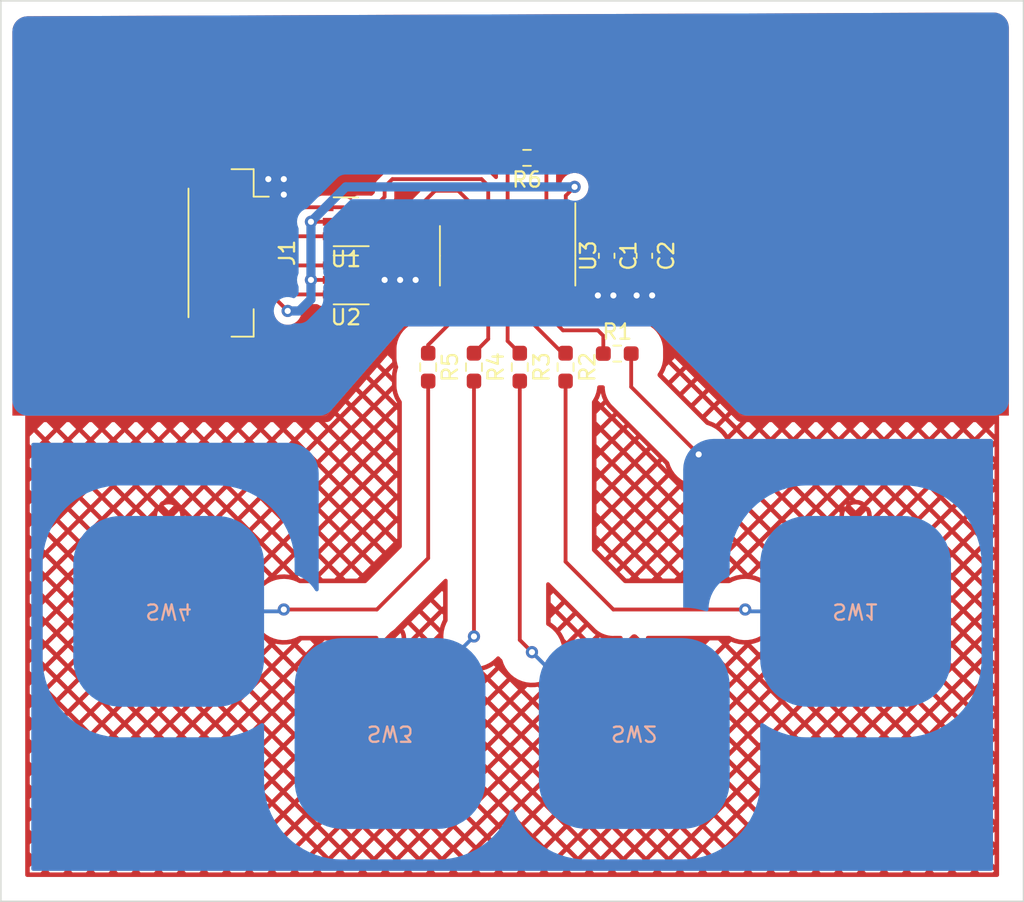
<source format=kicad_pcb>
(kicad_pcb (version 20211014) (generator pcbnew)
  (layers (0 "F.Cu" signal) (31 "B.Cu" signal) (34 "B.Paste" user) (35 "F.Paste" user) (36 "B.SilkS" user "B.Silkscreen") (37 "F.SilkS" user "F.Silkscreen") (38 "B.Mask" user) (39 "F.Mask" user) (44 "Edge.Cuts" user))
  (net 0 "")
  (net 2 "VCC")
  (net 3 "GND")
  (net 4 "/GUARD")
  (net 5 "/KEY1")
  (net 6 "/KEY2")
  (net 7 "/KEY3")
  (net 8 "/KEY4")
  (net 9 "Net-(U3-Pad4)")
  (net 10 "/OUT3")
  (net 11 "/OUT2")
  (net 12 "/OUT1")
  (net 13 "/OUT4")
  (net 14 "/USER_INPUT1")
  (net 15 "/USER_INPUT2")
  (net 16 "/USER_INPUT3")
  (net 17 "/USER_INPUT4")
  (net 18 "Net-(R2-Pad2)")
  (net 19 "Net-(R3-Pad2)")
  (net 20 "Net-(R4-Pad2)")
  (net 21 "Net-(R5-Pad2)")
  (net 22 "/GUARD_LOOP")
  (footprint "Resistor_SMD:R_0603_1608Metric_Pad0.98x0.95mm_HandSolder" (layer "F.Cu") (at 143.824 99.438 -90)
    (fp_text reference "R5" (at 0 -1.43 90) (layer "F.SilkS"))
    (fp_text value "10k")
    (fp_line (start -0.254724 -0.5225) (end 0.254724 -0.5225) (layer "F.SilkS") (width 0.12))
    (fp_line (start -0.254724 0.5225) (end 0.254724 0.5225) (layer "F.SilkS") (width 0.12))
    (pad "1" smd roundrect (at -0.9125 0 270) (size 0.975 0.95) (layers "F.Cu" "F.Paste" "F.Mask") (net 8 "/KEY4"))
    (pad "2" smd roundrect (at 0.9125 0 270) (size 0.975 0.95) (layers "F.Cu" "F.Paste" "F.Mask") (net 21 "Net-(R5-Pad2)"))
  )
  (footprint "Package_SO:TSOP-6_1.65x3.05mm_P0.95mm" (layer "F.Cu") (at 138.43 93.726 180)
    (fp_text reference "U2" (at 0 -2.45) (layer "F.SilkS"))
    (fp_text value "74LVC2G14")
    (fp_line (start 0.8 -1.6) (end -1.5 -1.6) (layer "F.SilkS") (width 0.12))
    (fp_line (start -0.8 1.6) (end 0.8 1.6) (layer "F.SilkS") (width 0.12))
    (pad "1" smd rect (at -1.16 -0.95 180) (size 0.7 0.51) (layers "F.Cu" "F.Paste" "F.Mask") (net 12 "/OUT1"))
    (pad "2" smd rect (at -1.16 0 180) (size 0.7 0.51) (layers "F.Cu" "F.Paste" "F.Mask") (net 3 "GND"))
    (pad "3" smd rect (at -1.16 0.95 180) (size 0.7 0.51) (layers "F.Cu" "F.Paste" "F.Mask") (net 11 "/OUT2"))
    (pad "4" smd rect (at 1.16 0.95 180) (size 0.7 0.51) (layers "F.Cu" "F.Paste" "F.Mask") (net 15 "/USER_INPUT2"))
    (pad "5" smd rect (at 1.16 0 180) (size 0.7 0.51) (layers "F.Cu" "F.Paste" "F.Mask") (net 2 "VCC"))
    (pad "6" smd rect (at 1.16 -0.95 180) (size 0.7 0.51) (layers "F.Cu" "F.Paste" "F.Mask") (net 14 "/USER_INPUT1"))
  )
  (footprint "Package_SO:SOIC-14_3.9x8.7mm_P1.27mm" (layer "F.Cu") (at 149.028 92.1445 -90)
    (fp_text reference "U3" (at 0 -5.28 90) (layer "F.SilkS"))
    (fp_text value "AT42QT1070-S")
    (fp_line (start 0 -4.435) (end -3.45 -4.435) (layer "F.SilkS") (width 0.12))
    (fp_line (start 0 4.435) (end -1.95 4.435) (layer "F.SilkS") (width 0.12))
    (fp_line (start 0 -4.435) (end 1.95 -4.435) (layer "F.SilkS") (width 0.12))
    (fp_line (start 0 4.435) (end 1.95 4.435) (layer "F.SilkS") (width 0.12))
    (pad "1" smd roundrect (at -2.475 -3.81 270) (size 1.95 0.6) (layers "F.Cu" "F.Paste" "F.Mask") (net 2 "VCC"))
    (pad "2" smd roundrect (at -2.475 -2.54 270) (size 1.95 0.6) (layers "F.Cu" "F.Paste" "F.Mask") (net 2 "VCC"))
    (pad "3" smd roundrect (at -2.475 -1.27 270) (size 1.95 0.6) (layers "F.Cu" "F.Paste" "F.Mask"))
    (pad "4" smd roundrect (at -2.475 0 270) (size 1.95 0.6) (layers "F.Cu" "F.Paste" "F.Mask") (net 9 "Net-(U3-Pad4)"))
    (pad "5" smd roundrect (at -2.475 1.27 270) (size 1.95 0.6) (layers "F.Cu" "F.Paste" "F.Mask") (net 13 "/OUT4"))
    (pad "6" smd roundrect (at -2.475 2.54 270) (size 1.95 0.6) (layers "F.Cu" "F.Paste" "F.Mask") (net 10 "/OUT3"))
    (pad "7" smd roundrect (at -2.475 3.81 270) (size 1.95 0.6) (layers "F.Cu" "F.Paste" "F.Mask") (net 11 "/OUT2"))
    (pad "8" smd roundrect (at 2.475 3.81 270) (size 1.95 0.6) (layers "F.Cu" "F.Paste" "F.Mask") (net 12 "/OUT1"))
    (pad "9" smd roundrect (at 2.475 2.54 270) (size 1.95 0.6) (layers "F.Cu" "F.Paste" "F.Mask") (net 8 "/KEY4"))
    (pad "10" smd roundrect (at 2.475 1.27 270) (size 1.95 0.6) (layers "F.Cu" "F.Paste" "F.Mask") (net 7 "/KEY3"))
    (pad "11" smd roundrect (at 2.475 0 270) (size 1.95 0.6) (layers "F.Cu" "F.Paste" "F.Mask") (net 6 "/KEY2"))
    (pad "12" smd roundrect (at 2.475 -1.27 270) (size 1.95 0.6) (layers "F.Cu" "F.Paste" "F.Mask") (net 5 "/KEY1"))
    (pad "13" smd roundrect (at 2.475 -2.54 270) (size 1.95 0.6) (layers "F.Cu" "F.Paste" "F.Mask") (net 4 "/GUARD"))
    (pad "14" smd roundrect (at 2.475 -3.81 270) (size 1.95 0.6) (layers "F.Cu" "F.Paste" "F.Mask") (net 3 "GND"))
  )
  (footprint "Resistor_SMD:R_0603_1608Metric_Pad0.98x0.95mm_HandSolder" (layer "F.Cu") (at 156.21 98.552)
    (fp_text reference "R1" (at 0 -1.43) (layer "F.SilkS"))
    (fp_text value "10k")
    (fp_line (start -0.254724 0.5225) (end 0.254724 0.5225) (layer "F.SilkS") (width 0.12))
    (fp_line (start -0.254724 -0.5225) (end 0.254724 -0.5225) (layer "F.SilkS") (width 0.12))
    (pad "1" smd roundrect (at -0.9125 0) (size 0.975 0.95) (layers "F.Cu" "F.Paste" "F.Mask") (net 4 "/GUARD"))
    (pad "2" smd roundrect (at 0.9125 0) (size 0.975 0.95) (layers "F.Cu" "F.Paste" "F.Mask") (net 22 "/GUARD_LOOP"))
  )
  (footprint "Resistor_SMD:R_0603_1608Metric_Pad0.98x0.95mm_HandSolder" (layer "F.Cu") (at 150.298 85.7295 180)
    (fp_text reference "R6" (at 0 -1.43) (layer "F.SilkS"))
    (fp_text value "10k")
    (fp_line (start -0.254724 -0.5225) (end 0.254724 -0.5225) (layer "F.SilkS") (width 0.12))
    (fp_line (start -0.254724 0.5225) (end 0.254724 0.5225) (layer "F.SilkS") (width 0.12))
    (pad "1" smd roundrect (at -0.9125 0 180) (size 0.975 0.95) (layers "F.Cu" "F.Paste" "F.Mask") (net 2 "VCC"))
    (pad "2" smd roundrect (at 0.9125 0 180) (size 0.975 0.95) (layers "F.Cu" "F.Paste" "F.Mask") (net 9 "Net-(U3-Pad4)"))
  )
  (footprint "Resistor_SMD:R_0603_1608Metric_Pad0.98x0.95mm_HandSolder" (layer "F.Cu") (at 146.824 99.438 -90)
    (fp_text reference "R4" (at 0 -1.43 90) (layer "F.SilkS"))
    (fp_text value "10k")
    (fp_line (start -0.254724 0.5225) (end 0.254724 0.5225) (layer "F.SilkS") (width 0.12))
    (fp_line (start -0.254724 -0.5225) (end 0.254724 -0.5225) (layer "F.SilkS") (width 0.12))
    (pad "1" smd roundrect (at -0.9125 0 270) (size 0.975 0.95) (layers "F.Cu" "F.Paste" "F.Mask") (net 7 "/KEY3"))
    (pad "2" smd roundrect (at 0.9125 0 270) (size 0.975 0.95) (layers "F.Cu" "F.Paste" "F.Mask") (net 20 "Net-(R4-Pad2)"))
  )
  (footprint "Resistor_SMD:R_0603_1608Metric_Pad0.98x0.95mm_HandSolder" (layer "F.Cu") (at 149.824 99.438 -90)
    (fp_text reference "R3" (at 0 -1.43 90) (layer "F.SilkS"))
    (fp_text value "10k")
    (fp_line (start -0.254724 0.5225) (end 0.254724 0.5225) (layer "F.SilkS") (width 0.12))
    (fp_line (start -0.254724 -0.5225) (end 0.254724 -0.5225) (layer "F.SilkS") (width 0.12))
    (pad "1" smd roundrect (at -0.9125 0 270) (size 0.975 0.95) (layers "F.Cu" "F.Paste" "F.Mask") (net 6 "/KEY2"))
    (pad "2" smd roundrect (at 0.9125 0 270) (size 0.975 0.95) (layers "F.Cu" "F.Paste" "F.Mask") (net 19 "Net-(R3-Pad2)"))
  )
  (footprint "Package_SO:TSOP-6_1.65x3.05mm_P0.95mm" (layer "F.Cu") (at 138.43 89.916 180)
    (fp_text reference "U1" (at 0 -2.45) (layer "F.SilkS"))
    (fp_text value "74LVC2G14")
    (fp_line (start 0.8 -1.6) (end -1.5 -1.6) (layer "F.SilkS") (width 0.12))
    (fp_line (start -0.8 1.6) (end 0.8 1.6) (layer "F.SilkS") (width 0.12))
    (pad "1" smd rect (at -1.16 -0.95 180) (size 0.7 0.51) (layers "F.Cu" "F.Paste" "F.Mask") (net 10 "/OUT3"))
    (pad "2" smd rect (at -1.16 0 180) (size 0.7 0.51) (layers "F.Cu" "F.Paste" "F.Mask") (net 3 "GND"))
    (pad "3" smd rect (at -1.16 0.95 180) (size 0.7 0.51) (layers "F.Cu" "F.Paste" "F.Mask") (net 13 "/OUT4"))
    (pad "4" smd rect (at 1.16 0.95 180) (size 0.7 0.51) (layers "F.Cu" "F.Paste" "F.Mask") (net 17 "/USER_INPUT4"))
    (pad "5" smd rect (at 1.16 0 180) (size 0.7 0.51) (layers "F.Cu" "F.Paste" "F.Mask") (net 2 "VCC"))
    (pad "6" smd rect (at 1.16 -0.95 180) (size 0.7 0.51) (layers "F.Cu" "F.Paste" "F.Mask") (net 16 "/USER_INPUT3"))
  )
  (footprint "Capacitor_SMD:C_0603_1608Metric_Pad1.08x0.95mm_HandSolder" (layer "F.Cu") (at 157.988 92.1445 -90)
    (fp_text reference "C2" (at 0 -1.43 90) (layer "F.SilkS"))
    (fp_text value "1u")
    (fp_line (start -0.146267 0.51) (end 0.146267 0.51) (layer "F.SilkS") (width 0.12))
    (fp_line (start -0.146267 -0.51) (end 0.146267 -0.51) (layer "F.SilkS") (width 0.12))
    (pad "1" smd roundrect (at -0.8625 0 270) (size 1.075 0.95) (layers "F.Cu" "F.Paste" "F.Mask") (net 2 "VCC"))
    (pad "2" smd roundrect (at 0.8625 0 270) (size 1.075 0.95) (layers "F.Cu" "F.Paste" "F.Mask") (net 3 "GND"))
  )
  (footprint "Resistor_SMD:R_0603_1608Metric_Pad0.98x0.95mm_HandSolder" (layer "F.Cu") (at 152.824 99.438 -90)
    (fp_text reference "R2" (at 0 -1.43 90) (layer "F.SilkS"))
    (fp_text value "10k")
    (fp_line (start -0.254724 0.5225) (end 0.254724 0.5225) (layer "F.SilkS") (width 0.12))
    (fp_line (start -0.254724 -0.5225) (end 0.254724 -0.5225) (layer "F.SilkS") (width 0.12))
    (pad "1" smd roundrect (at -0.9125 0 270) (size 0.975 0.95) (layers "F.Cu" "F.Paste" "F.Mask") (net 5 "/KEY1"))
    (pad "2" smd roundrect (at 0.9125 0 270) (size 0.975 0.95) (layers "F.Cu" "F.Paste" "F.Mask") (net 18 "Net-(R2-Pad2)"))
  )
  (footprint "Capacitor_SMD:C_0603_1608Metric_Pad1.08x0.95mm_HandSolder" (layer "F.Cu") (at 155.518 92.1445 -90)
    (fp_text reference "C1" (at 0 -1.43 90) (layer "F.SilkS"))
    (fp_text value "0.1u")
    (fp_line (start -0.146267 0.51) (end 0.146267 0.51) (layer "F.SilkS") (width 0.12))
    (fp_line (start -0.146267 -0.51) (end 0.146267 -0.51) (layer "F.SilkS") (width 0.12))
    (pad "1" smd roundrect (at -0.8625 0 270) (size 1.075 0.95) (layers "F.Cu" "F.Paste" "F.Mask") (net 2 "VCC"))
    (pad "2" smd roundrect (at 0.8625 0 270) (size 1.075 0.95) (layers "F.Cu" "F.Paste" "F.Mask") (net 3 "GND"))
  )
  (footprint "Connector_JST:JST_GH_SM06B-GHS-TB_1x06-1MP_P1.25mm_Horizontal" (layer "F.Cu") (at 130.681 91.956 -90)
    (fp_text reference "J1" (at 0 -3.9 90) (layer "F.SilkS"))
    (fp_text value "Conn_01x06_Male")
    (fp_line (start -3.685 -1.71) (end -3.685 -2.7) (layer "F.SilkS") (width 0.12))
    (fp_line (start 5.485 -0.26) (end 5.485 -1.71) (layer "F.SilkS") (width 0.12))
    (fp_line (start 5.485 -1.71) (end 3.685 -1.71) (layer "F.SilkS") (width 0.12))
    (fp_line (start -4.215 2.56) (end 4.215 2.56) (layer "F.SilkS") (width 0.12))
    (fp_line (start -5.485 -1.71) (end -3.685 -1.71) (layer "F.SilkS") (width 0.12))
    (fp_line (start -5.485 -0.26) (end -5.485 -1.71) (layer "F.SilkS") (width 0.12))
    (pad "1" smd roundrect (at -3.125 -1.85 270) (size 0.6 1.7) (layers "F.Cu" "F.Paste" "F.Mask") (net 3 "GND"))
    (pad "2" smd roundrect (at -1.875 -1.85 270) (size 0.6 1.7) (layers "F.Cu" "F.Paste" "F.Mask") (net 17 "/USER_INPUT4"))
    (pad "3" smd roundrect (at -0.625 -1.85 270) (size 0.6 1.7) (layers "F.Cu" "F.Paste" "F.Mask") (net 16 "/USER_INPUT3"))
    (pad "4" smd roundrect (at 0.625 -1.85 270) (size 0.6 1.7) (layers "F.Cu" "F.Paste" "F.Mask") (net 15 "/USER_INPUT2"))
    (pad "5" smd roundrect (at 1.875 -1.85 270) (size 0.6 1.7) (layers "F.Cu" "F.Paste" "F.Mask") (net 14 "/USER_INPUT1"))
    (pad "6" smd roundrect (at 3.125 -1.85 270) (size 0.6 1.7) (layers "F.Cu" "F.Paste" "F.Mask") (net 2 "VCC"))
    (pad "MP" smd roundrect (at -4.975 1.35 270) (size 1 2.7) (layers "F.Cu" "F.Paste" "F.Mask"))
    (pad "MP" smd roundrect (at 4.975 1.35 270) (size 1 2.7) (layers "F.Cu" "F.Paste" "F.Mask"))
  )
  (footprint "volvodash:CAPTOUCH_12.5" (layer "B.Cu") (at 126.824 115.438)
    (fp_text reference "SW4" (at 0 0 180 unlocked) (layer "B.SilkS") (effects (justify mirror)))
    (fp_text value "CapTouch_pad")
    (pad "1" smd roundrect (at 0 0) (size 12.5 12.5) (layers "B.Cu" "B.Paste" "B.Mask") (net 21 "Net-(R5-Pad2)"))
    (pad "2" smd circle (at 0 -6.25) (size 0.5 0.5) (layers "F.Cu" "F.Paste" "F.Mask") (net 3 "GND"))
  )
  (footprint "volvodash:CAPTOUCH_12.5" (layer "B.Cu") (at 157.324 123.438)
    (fp_text reference "SW2" (at 0 0 180 unlocked) (layer "B.SilkS") (effects (justify mirror)))
    (fp_text value "CapTouch_pad")
    (pad "1" smd roundrect (at 0 0) (size 12.5 12.5) (layers "B.Cu" "B.Paste" "B.Mask") (net 19 "Net-(R3-Pad2)"))
    (pad "2" smd circle (at 0 -6.25) (size 0.5 0.5) (layers "F.Cu" "F.Paste" "F.Mask") (net 3 "GND"))
  )
  (footprint "volvodash:CAPTOUCH_12.5" (layer "B.Cu") (at 141.324 123.438)
    (fp_text reference "SW3" (at 0 0 180 unlocked) (layer "B.SilkS") (effects (justify mirror)))
    (fp_text value "CapTouch_pad")
    (pad "1" smd roundrect (at 0 0) (size 12.5 12.5) (layers "B.Cu" "B.Paste" "B.Mask") (net 20 "Net-(R4-Pad2)"))
    (pad "2" smd circle (at 0 -6.25) (size 0.5 0.5) (layers "F.Cu" "F.Paste" "F.Mask") (net 3 "GND"))
  )
  (footprint "volvodash:CAPTOUCH_12.5" (layer "B.Cu") (at 171.824 115.438)
    (fp_text reference "SW1" (at 0 0 180 unlocked) (layer "B.SilkS") (effects (justify mirror)))
    (fp_text value "CapTouch_pad")
    (pad "1" smd roundrect (at 0 0) (size 12.5 12.5) (layers "B.Cu" "B.Paste" "B.Mask") (net 18 "Net-(R2-Pad2)"))
    (pad "2" smd circle (at 0 -6.25) (size 0.5 0.5) (layers "F.Cu" "F.Paste" "F.Mask") (net 3 "GND"))
  )
  (gr_rect (start 115.824 75.438) (end 182.824 134.438) (layer "Edge.Cuts") (width 0.1) (fill none))
  (segment (start 137.27 93.726) (end 136.144 93.726) (width 0.25) (layer "F.Cu") (net 2))
  (segment (start 133.943 95.081) (end 134.62 95.758) (width 0.25) (layer "F.Cu") (net 2))
  (segment (start 151.568 86.087) (end 151.2105 85.7295) (width 0.25) (layer "F.Cu") (net 2))
  (segment (start 152.838 89.6695) (end 154.4505 91.282) (width 0.4) (layer "F.Cu") (net 2))
  (segment (start 132.531 95.081) (end 133.943 95.081) (width 0.25) (layer "F.Cu") (net 2))
  (segment (start 155.518 91.282) (end 157.988 91.282) (width 0.4) (layer "F.Cu") (net 2))
  (segment (start 154.4505 91.282) (end 155.518 91.282) (width 0.4) (layer "F.Cu") (net 2))
  (segment (start 151.568 89.6695) (end 151.568 86.087) (width 0.25) (layer "F.Cu") (net 2))
  (segment (start 151.568 89.6695) (end 152.838 89.6695) (width 0.25) (layer "F.Cu") (net 2))
  (segment (start 152.838 89.6695) (end 152.838 88.208) (width 0.25) (layer "F.Cu") (net 2))
  (segment (start 137.27 89.916) (end 136.144 89.916) (width 0.25) (layer "F.Cu") (net 2))
  (segment (start 152.838 88.208) (end 153.416 87.63) (width 0.25) (layer "F.Cu") (net 2))
  (via (at 136.144 93.726) (size 0.8) (drill 0.4) (layers "F.Cu" "B.Cu") (net 2))
  (via (at 153.416 87.63) (size 0.8) (drill 0.4) (layers "F.Cu" "B.Cu") (net 2))
  (via (at 134.62 95.758) (size 0.8) (drill 0.4) (layers "F.Cu" "B.Cu") (net 2))
  (via (at 136.144 89.916) (size 0.8) (drill 0.4) (layers "F.Cu" "B.Cu") (net 2))
  (segment (start 136.144 93.726) (end 136.144 94.996) (width 0.6) (layer "B.Cu") (net 2))
  (segment (start 138.43 87.63) (end 136.144 89.916) (width 0.6) (layer "B.Cu") (net 2))
  (segment (start 136.144 89.916) (end 136.144 93.726) (width 0.6) (layer "B.Cu") (net 2))
  (segment (start 136.144 94.996) (end 135.382 95.758) (width 0.6) (layer "B.Cu") (net 2))
  (segment (start 135.382 95.758) (end 134.62 95.758) (width 0.6) (layer "B.Cu") (net 2))
  (segment (start 153.416 87.63) (end 138.43 87.63) (width 0.6) (layer "B.Cu") (net 2))
  (segment (start 154.2855 93.007) (end 155.518 93.007) (width 0.25) (layer "F.Cu") (net 3))
  (segment (start 152.838 94.6195) (end 152.838 94.4545) (width 0.25) (layer "F.Cu") (net 3))
  (segment (start 152.838 94.4545) (end 154.2855 93.007) (width 0.25) (layer "F.Cu") (net 3))
  (segment (start 157.988 93.007) (end 155.518 93.007) (width 0.25) (layer "F.Cu") (net 3))
  (via (at 154.94 94.742) (size 0.8) (drill 0.4) (layers "F.Cu" "B.Cu") (net 3))
  (via (at 134.366 88.138) (size 0.8) (drill 0.4) (layers "F.Cu" "B.Cu") (net 3))
  (via (at 155.956 94.742) (size 0.8) (drill 0.4) (layers "F.Cu" "B.Cu") (net 3))
  (via (at 141.986 93.726) (size 0.8) (drill 0.4) (layers "F.Cu" "B.Cu") (net 3))
  (via (at 134.366 87.122) (size 0.8) (drill 0.4) (layers "F.Cu" "B.Cu") (net 3))
  (via (at 157.48 94.742) (size 0.8) (drill 0.4) (layers "F.Cu" "B.Cu") (net 3))
  (via (at 140.97 93.726) (size 0.8) (drill 0.4) (layers "F.Cu" "B.Cu") (net 3))
  (via (at 158.496 94.742) (size 0.8) (drill 0.4) (layers "F.Cu" "B.Cu") (net 3))
  (via (at 143.002 93.726) (size 0.8) (drill 0.4) (layers "F.Cu" "B.Cu") (net 3))
  (via (at 133.35 87.122) (size 0.8) (drill 0.4) (layers "F.Cu" "B.Cu") (net 3))
  (segment (start 154.94 97.028) (end 152.654 97.028) (width 0.25) (layer "F.Cu") (net 4))
  (segment (start 152.654 97.028) (end 151.568 95.942) (width 0.25) (layer "F.Cu") (net 4))
  (segment (start 151.568 95.942) (end 151.568 94.6195) (width 0.25) (layer "F.Cu") (net 4))
  (segment (start 155.2975 98.552) (end 155.2975 97.3855) (width 0.25) (layer "F.Cu") (net 4))
  (segment (start 155.2975 97.3855) (end 154.94 97.028) (width 0.25) (layer "F.Cu") (net 4))
  (segment (start 152.6275 98.5255) (end 150.298 96.196) (width 0.25) (layer "F.Cu") (net 5))
  (segment (start 152.824 98.5255) (end 152.824 98.214) (width 0.25) (layer "F.Cu") (net 5))
  (segment (start 152.824 98.5255) (end 152.6275 98.5255) (width 0.25) (layer "F.Cu") (net 5))
  (segment (start 150.298 96.196) (end 150.298 94.6195) (width 0.25) (layer "F.Cu") (net 5))
  (segment (start 149.824 98.5255) (end 149.028 97.7295) (width 0.25) (layer "F.Cu") (net 6))
  (segment (start 149.028 97.7295) (end 149.028 94.6195) (width 0.25) (layer "F.Cu") (net 6))
  (segment (start 146.824 98.5255) (end 147.758 97.5915) (width 0.25) (layer "F.Cu") (net 7))
  (segment (start 147.758 97.5915) (end 147.758 94.6195) (width 0.25) (layer "F.Cu") (net 7))
  (segment (start 143.824 97.984) (end 146.488 95.32) (width 0.25) (layer "F.Cu") (net 8))
  (segment (start 146.488 95.32) (end 146.488 94.6195) (width 0.25) (layer "F.Cu") (net 8))
  (segment (start 143.824 98.5255) (end 143.824 97.984) (width 0.25) (layer "F.Cu") (net 8))
  (segment (start 149.028 86.087) (end 149.3855 85.7295) (width 0.25) (layer "F.Cu") (net 9))
  (segment (start 149.028 89.6695) (end 149.028 86.087) (width 0.25) (layer "F.Cu") (net 9))
  (segment (start 146.488 89.6695) (end 146.488 88.576) (width 0.25) (layer "F.Cu") (net 10))
  (segment (start 145.796 87.884) (end 144.272 87.884) (width 0.25) (layer "F.Cu") (net 10))
  (segment (start 141.29 90.866) (end 139.59 90.866) (width 0.25) (layer "F.Cu") (net 10))
  (segment (start 144.272 87.884) (end 141.29 90.866) (width 0.25) (layer "F.Cu") (net 10))
  (segment (start 146.488 88.576) (end 145.796 87.884) (width 0.25) (layer "F.Cu") (net 10))
  (segment (start 143.19 92.776) (end 145.218 90.748) (width 0.25) (layer "F.Cu") (net 11))
  (segment (start 145.218 90.748) (end 145.218 89.6695) (width 0.25) (layer "F.Cu") (net 11))
  (segment (start 139.59 92.776) (end 143.19 92.776) (width 0.25) (layer "F.Cu") (net 11))
  (segment (start 145.1615 94.676) (end 139.59 94.676) (width 0.25) (layer "F.Cu") (net 12))
  (segment (start 145.218 94.6195) (end 145.1615 94.676) (width 0.25) (layer "F.Cu") (net 12))
  (segment (start 140.288 88.966) (end 139.59 88.966) (width 0.25) (layer "F.Cu") (net 13))
  (segment (start 141.478 87.122) (end 140.97 87.63) (width 0.25) (layer "F.Cu") (net 13))
  (segment (start 140.97 87.63) (end 140.97 88.284) (width 0.25) (layer "F.Cu") (net 13))
  (segment (start 147.32 87.122) (end 141.478 87.122) (width 0.25) (layer "F.Cu") (net 13))
  (segment (start 147.758 87.56) (end 147.32 87.122) (width 0.25) (layer "F.Cu") (net 13))
  (segment (start 147.758 89.6695) (end 147.758 87.56) (width 0.25) (layer "F.Cu") (net 13))
  (segment (start 140.97 88.284) (end 140.288 88.966) (width 0.25) (layer "F.Cu") (net 13))
  (segment (start 132.531 93.831) (end 134.208155 93.831) (width 0.25) (layer "F.Cu") (net 14))
  (segment (start 135.053155 94.676) (end 138.286 94.676) (width 0.25) (layer "F.Cu") (net 14))
  (segment (start 134.208155 93.831) (end 135.053155 94.676) (width 0.25) (layer "F.Cu") (net 14))
  (segment (start 132.586 92.526) (end 132.531 92.581) (width 0.25) (layer "F.Cu") (net 15))
  (segment (start 132.531 92.581) (end 134.546 92.581) (width 0.25) (layer "F.Cu") (net 15))
  (segment (start 134.741 92.776) (end 138.286 92.776) (width 0.25) (layer "F.Cu") (net 15))
  (segment (start 134.546 92.581) (end 134.741 92.776) (width 0.25) (layer "F.Cu") (net 15))
  (segment (start 132.531 91.331) (end 134.416 91.331) (width 0.25) (layer "F.Cu") (net 16))
  (segment (start 134.881 90.866) (end 138.286 90.866) (width 0.25) (layer "F.Cu") (net 16))
  (segment (start 134.416 91.331) (end 134.881 90.866) (width 0.25) (layer "F.Cu") (net 16))
  (segment (start 134.396 90.081) (end 135.511 88.966) (width 0.25) (layer "F.Cu") (net 17))
  (segment (start 135.511 88.966) (end 138.286 88.966) (width 0.25) (layer "F.Cu") (net 17))
  (segment (start 132.531 90.081) (end 134.396 90.081) (width 0.25) (layer "F.Cu") (net 17))
  (segment (start 155.956 115.316) (end 164.592 115.316) (width 0.25) (layer "F.Cu") (net 18))
  (segment (start 152.824 112.184) (end 155.956 115.316) (width 0.25) (layer "F.Cu") (net 18))
  (segment (start 152.824 100.3505) (end 152.824 112.184) (width 0.25) (layer "F.Cu") (net 18))
  (via (at 164.592 115.316) (size 0.8) (drill 0.4) (layers "F.Cu" "B.Cu") (net 18))
  (segment (start 173.824 115.438) (end 164.714 115.438) (width 0.25) (layer "B.Cu") (net 18))
  (segment (start 164.714 115.438) (end 164.592 115.316) (width 0.25) (layer "B.Cu") (net 18))
  (segment (start 150.622 118.11) (end 149.824 117.312) (width 0.25) (layer "F.Cu") (net 19))
  (segment (start 149.824 117.312) (end 149.824 100.3505) (width 0.25) (layer "F.Cu") (net 19))
  (via (at 150.622 118.11) (size 0.8) (drill 0.4) (layers "F.Cu" "B.Cu") (net 19))
  (segment (start 158.324 125.304) (end 152.4 119.38) (width 0.25) (layer "B.Cu") (net 19))
  (segment (start 155.95 123.438) (end 150.622 118.11) (width 0.25) (layer "B.Cu") (net 19))
  (segment (start 158.324 125.438) (end 158.324 125.304) (width 0.25) (layer "B.Cu") (net 19))
  (segment (start 157.324 123.438) (end 155.95 123.438) (width 0.25) (layer "B.Cu") (net 19))
  (segment (start 146.824 117.082) (end 146.824 100.3505) (width 0.25) (layer "F.Cu") (net 20))
  (via (at 146.824 117.082) (size 0.8) (drill 0.4) (layers "F.Cu" "B.Cu") (net 20))
  (segment (start 140.324 125.438) (end 140.324 125.36) (width 0.25) (layer "B.Cu") (net 20))
  (segment (start 141.324 122.582) (end 146.824 117.082) (width 0.25) (layer "B.Cu") (net 20))
  (segment (start 140.324 125.36) (end 146.304 119.38) (width 0.25) (layer "B.Cu") (net 20))
  (segment (start 141.324 123.438) (end 141.324 122.582) (width 0.25) (layer "B.Cu") (net 20))
  (segment (start 143.824 100.3505) (end 143.824 111.954) (width 0.25) (layer "F.Cu") (net 21))
  (segment (start 143.824 111.954) (end 140.462 115.316) (width 0.25) (layer "F.Cu") (net 21))
  (segment (start 140.462 115.316) (end 134.366 115.316) (width 0.25) (layer "F.Cu") (net 21))
  (via (at 134.366 115.316) (size 0.8) (drill 0.4) (layers "F.Cu" "B.Cu") (net 21))
  (segment (start 124.846 115.438) (end 134.244 115.438) (width 0.25) (layer "B.Cu") (net 21))
  (segment (start 134.244 115.438) (end 134.366 115.316) (width 0.25) (layer "B.Cu") (net 21))
  (segment (start 157.1225 100.7345) (end 161.543998 105.156) (width 0.25) (layer "F.Cu") (net 22))
  (segment (start 157.1225 98.552) (end 157.1225 100.7345) (width 0.25) (layer "F.Cu") (net 22))
  (via (at 161.543998 105.156) (size 0.8) (drill 0.4) (layers "F.Cu" "B.Cu") (net 22))
  (zone (net 3) (net_name "GND") (layer "F.Cu") (name "Solid GND") (connect_pads (clearance 1.6)) (min_thickness 0.254) (fill yes (mode hatch) (thermal_gap 0.508) (thermal_bridge_width 0.508) (smoothing fillet) (radius 1) (hatch_thickness 0.3) (hatch_gap 0.75) (hatch_orientation 45) (hatch_border_algorithm hatch_thickness) (hatch_min_hole_area 0.3))
    (polygon (pts (xy 164.338 102.616) (xy 181.864 102.616) (xy 181.864 133.604) (xy 116.586 133.604) (xy 116.586 102.616) (xy 137.16 102.616) (xy 142.24 96.774) (xy 158.496 96.774)))
  )
  (zone (net 3) (net_name "GND") (layers F&B.Cu) (name "Solid GND") (connect_pads (clearance 0.508)) (min_thickness 0.254) (fill yes (thermal_gap 0.508) (thermal_bridge_width 0.508) (smoothing fillet) (radius 1))
    (polygon (pts (xy 181.864 102.616) (xy 164.338 102.616) (xy 158.496 96.774) (xy 142.24 96.774) (xy 137.16 102.616) (xy 116.586 102.616) (xy 116.584039 76.45796) (xy 181.862039 76.20396)))
  )
  (zone (net 22) (net_name "/GUARD_LOOP") (layer "B.Cu") (connect_pads (clearance 2)) (min_thickness 0.254) (fill yes (thermal_gap 0.508) (thermal_bridge_width 0.508) (smoothing fillet) (radius 2))
    (polygon (pts (xy 182.88 134.366) (xy 115.824 134.366) (xy 115.824 104.394) (xy 136.652 104.394) (xy 136.652 116.332) (xy 160.528 116.332) (xy 160.528 104.14) (xy 182.88 104.14)))
  )
)
</source>
